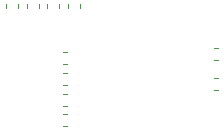
<source format=gbo>
G04 #@! TF.GenerationSoftware,KiCad,Pcbnew,5.1.5+dfsg1-2build2*
G04 #@! TF.CreationDate,2023-02-26T20:32:14+01:00*
G04 #@! TF.ProjectId,EcoApi_BeeHiveSensor,45636f41-7069-45f4-9265-654869766553,rev?*
G04 #@! TF.SameCoordinates,Original*
G04 #@! TF.FileFunction,Legend,Bot*
G04 #@! TF.FilePolarity,Positive*
%FSLAX46Y46*%
G04 Gerber Fmt 4.6, Leading zero omitted, Abs format (unit mm)*
G04 Created by KiCad (PCBNEW 5.1.5+dfsg1-2build2) date 2023-02-26 20:32:14*
%MOMM*%
%LPD*%
G04 APERTURE LIST*
%ADD10C,0.120000*%
%ADD11C,4.802000*%
%ADD12C,0.100000*%
%ADD13O,1.802000X1.802000*%
%ADD14R,1.802000X1.802000*%
G04 APERTURE END LIST*
D10*
X175812779Y-92870000D02*
X175487221Y-92870000D01*
X175812779Y-91850000D02*
X175487221Y-91850000D01*
X175812779Y-90320000D02*
X175487221Y-90320000D01*
X175812779Y-89300000D02*
X175487221Y-89300000D01*
X161370000Y-85882779D02*
X161370000Y-85557221D01*
X162390000Y-85882779D02*
X162390000Y-85557221D01*
X163110000Y-85882779D02*
X163110000Y-85557221D01*
X164130000Y-85882779D02*
X164130000Y-85557221D01*
X157870000Y-85902779D02*
X157870000Y-85577221D01*
X158890000Y-85902779D02*
X158890000Y-85577221D01*
X159610000Y-85902779D02*
X159610000Y-85577221D01*
X160630000Y-85902779D02*
X160630000Y-85577221D01*
X162687221Y-89680000D02*
X163012779Y-89680000D01*
X162687221Y-90700000D02*
X163012779Y-90700000D01*
X162697221Y-94910000D02*
X163022779Y-94910000D01*
X162697221Y-95930000D02*
X163022779Y-95930000D01*
X162687221Y-93180000D02*
X163012779Y-93180000D01*
X162687221Y-94200000D02*
X163012779Y-94200000D01*
X162687221Y-91420000D02*
X163012779Y-91420000D01*
X162687221Y-92440000D02*
X163012779Y-92440000D01*
%LPC*%
D11*
X184610000Y-96310000D03*
X154100000Y-83820000D03*
D12*
G36*
X175130691Y-91835176D02*
G01*
X175154401Y-91838693D01*
X175177652Y-91844517D01*
X175200220Y-91852592D01*
X175221889Y-91862841D01*
X175242448Y-91875164D01*
X175261701Y-91889442D01*
X175279461Y-91905539D01*
X175295558Y-91923299D01*
X175309836Y-91942552D01*
X175322159Y-91963111D01*
X175332408Y-91984780D01*
X175340483Y-92007348D01*
X175346307Y-92030599D01*
X175349824Y-92054309D01*
X175351000Y-92078250D01*
X175351000Y-92641750D01*
X175349824Y-92665691D01*
X175346307Y-92689401D01*
X175340483Y-92712652D01*
X175332408Y-92735220D01*
X175322159Y-92756889D01*
X175309836Y-92777448D01*
X175295558Y-92796701D01*
X175279461Y-92814461D01*
X175261701Y-92830558D01*
X175242448Y-92844836D01*
X175221889Y-92857159D01*
X175200220Y-92867408D01*
X175177652Y-92875483D01*
X175154401Y-92881307D01*
X175130691Y-92884824D01*
X175106750Y-92886000D01*
X174618250Y-92886000D01*
X174594309Y-92884824D01*
X174570599Y-92881307D01*
X174547348Y-92875483D01*
X174524780Y-92867408D01*
X174503111Y-92857159D01*
X174482552Y-92844836D01*
X174463299Y-92830558D01*
X174445539Y-92814461D01*
X174429442Y-92796701D01*
X174415164Y-92777448D01*
X174402841Y-92756889D01*
X174392592Y-92735220D01*
X174384517Y-92712652D01*
X174378693Y-92689401D01*
X174375176Y-92665691D01*
X174374000Y-92641750D01*
X174374000Y-92078250D01*
X174375176Y-92054309D01*
X174378693Y-92030599D01*
X174384517Y-92007348D01*
X174392592Y-91984780D01*
X174402841Y-91963111D01*
X174415164Y-91942552D01*
X174429442Y-91923299D01*
X174445539Y-91905539D01*
X174463299Y-91889442D01*
X174482552Y-91875164D01*
X174503111Y-91862841D01*
X174524780Y-91852592D01*
X174547348Y-91844517D01*
X174570599Y-91838693D01*
X174594309Y-91835176D01*
X174618250Y-91834000D01*
X175106750Y-91834000D01*
X175130691Y-91835176D01*
G37*
G36*
X176705691Y-91835176D02*
G01*
X176729401Y-91838693D01*
X176752652Y-91844517D01*
X176775220Y-91852592D01*
X176796889Y-91862841D01*
X176817448Y-91875164D01*
X176836701Y-91889442D01*
X176854461Y-91905539D01*
X176870558Y-91923299D01*
X176884836Y-91942552D01*
X176897159Y-91963111D01*
X176907408Y-91984780D01*
X176915483Y-92007348D01*
X176921307Y-92030599D01*
X176924824Y-92054309D01*
X176926000Y-92078250D01*
X176926000Y-92641750D01*
X176924824Y-92665691D01*
X176921307Y-92689401D01*
X176915483Y-92712652D01*
X176907408Y-92735220D01*
X176897159Y-92756889D01*
X176884836Y-92777448D01*
X176870558Y-92796701D01*
X176854461Y-92814461D01*
X176836701Y-92830558D01*
X176817448Y-92844836D01*
X176796889Y-92857159D01*
X176775220Y-92867408D01*
X176752652Y-92875483D01*
X176729401Y-92881307D01*
X176705691Y-92884824D01*
X176681750Y-92886000D01*
X176193250Y-92886000D01*
X176169309Y-92884824D01*
X176145599Y-92881307D01*
X176122348Y-92875483D01*
X176099780Y-92867408D01*
X176078111Y-92857159D01*
X176057552Y-92844836D01*
X176038299Y-92830558D01*
X176020539Y-92814461D01*
X176004442Y-92796701D01*
X175990164Y-92777448D01*
X175977841Y-92756889D01*
X175967592Y-92735220D01*
X175959517Y-92712652D01*
X175953693Y-92689401D01*
X175950176Y-92665691D01*
X175949000Y-92641750D01*
X175949000Y-92078250D01*
X175950176Y-92054309D01*
X175953693Y-92030599D01*
X175959517Y-92007348D01*
X175967592Y-91984780D01*
X175977841Y-91963111D01*
X175990164Y-91942552D01*
X176004442Y-91923299D01*
X176020539Y-91905539D01*
X176038299Y-91889442D01*
X176057552Y-91875164D01*
X176078111Y-91862841D01*
X176099780Y-91852592D01*
X176122348Y-91844517D01*
X176145599Y-91838693D01*
X176169309Y-91835176D01*
X176193250Y-91834000D01*
X176681750Y-91834000D01*
X176705691Y-91835176D01*
G37*
G36*
X175130691Y-89285176D02*
G01*
X175154401Y-89288693D01*
X175177652Y-89294517D01*
X175200220Y-89302592D01*
X175221889Y-89312841D01*
X175242448Y-89325164D01*
X175261701Y-89339442D01*
X175279461Y-89355539D01*
X175295558Y-89373299D01*
X175309836Y-89392552D01*
X175322159Y-89413111D01*
X175332408Y-89434780D01*
X175340483Y-89457348D01*
X175346307Y-89480599D01*
X175349824Y-89504309D01*
X175351000Y-89528250D01*
X175351000Y-90091750D01*
X175349824Y-90115691D01*
X175346307Y-90139401D01*
X175340483Y-90162652D01*
X175332408Y-90185220D01*
X175322159Y-90206889D01*
X175309836Y-90227448D01*
X175295558Y-90246701D01*
X175279461Y-90264461D01*
X175261701Y-90280558D01*
X175242448Y-90294836D01*
X175221889Y-90307159D01*
X175200220Y-90317408D01*
X175177652Y-90325483D01*
X175154401Y-90331307D01*
X175130691Y-90334824D01*
X175106750Y-90336000D01*
X174618250Y-90336000D01*
X174594309Y-90334824D01*
X174570599Y-90331307D01*
X174547348Y-90325483D01*
X174524780Y-90317408D01*
X174503111Y-90307159D01*
X174482552Y-90294836D01*
X174463299Y-90280558D01*
X174445539Y-90264461D01*
X174429442Y-90246701D01*
X174415164Y-90227448D01*
X174402841Y-90206889D01*
X174392592Y-90185220D01*
X174384517Y-90162652D01*
X174378693Y-90139401D01*
X174375176Y-90115691D01*
X174374000Y-90091750D01*
X174374000Y-89528250D01*
X174375176Y-89504309D01*
X174378693Y-89480599D01*
X174384517Y-89457348D01*
X174392592Y-89434780D01*
X174402841Y-89413111D01*
X174415164Y-89392552D01*
X174429442Y-89373299D01*
X174445539Y-89355539D01*
X174463299Y-89339442D01*
X174482552Y-89325164D01*
X174503111Y-89312841D01*
X174524780Y-89302592D01*
X174547348Y-89294517D01*
X174570599Y-89288693D01*
X174594309Y-89285176D01*
X174618250Y-89284000D01*
X175106750Y-89284000D01*
X175130691Y-89285176D01*
G37*
G36*
X176705691Y-89285176D02*
G01*
X176729401Y-89288693D01*
X176752652Y-89294517D01*
X176775220Y-89302592D01*
X176796889Y-89312841D01*
X176817448Y-89325164D01*
X176836701Y-89339442D01*
X176854461Y-89355539D01*
X176870558Y-89373299D01*
X176884836Y-89392552D01*
X176897159Y-89413111D01*
X176907408Y-89434780D01*
X176915483Y-89457348D01*
X176921307Y-89480599D01*
X176924824Y-89504309D01*
X176926000Y-89528250D01*
X176926000Y-90091750D01*
X176924824Y-90115691D01*
X176921307Y-90139401D01*
X176915483Y-90162652D01*
X176907408Y-90185220D01*
X176897159Y-90206889D01*
X176884836Y-90227448D01*
X176870558Y-90246701D01*
X176854461Y-90264461D01*
X176836701Y-90280558D01*
X176817448Y-90294836D01*
X176796889Y-90307159D01*
X176775220Y-90317408D01*
X176752652Y-90325483D01*
X176729401Y-90331307D01*
X176705691Y-90334824D01*
X176681750Y-90336000D01*
X176193250Y-90336000D01*
X176169309Y-90334824D01*
X176145599Y-90331307D01*
X176122348Y-90325483D01*
X176099780Y-90317408D01*
X176078111Y-90307159D01*
X176057552Y-90294836D01*
X176038299Y-90280558D01*
X176020539Y-90264461D01*
X176004442Y-90246701D01*
X175990164Y-90227448D01*
X175977841Y-90206889D01*
X175967592Y-90185220D01*
X175959517Y-90162652D01*
X175953693Y-90139401D01*
X175950176Y-90115691D01*
X175949000Y-90091750D01*
X175949000Y-89528250D01*
X175950176Y-89504309D01*
X175953693Y-89480599D01*
X175959517Y-89457348D01*
X175967592Y-89434780D01*
X175977841Y-89413111D01*
X175990164Y-89392552D01*
X176004442Y-89373299D01*
X176020539Y-89355539D01*
X176038299Y-89339442D01*
X176057552Y-89325164D01*
X176078111Y-89312841D01*
X176099780Y-89302592D01*
X176122348Y-89294517D01*
X176145599Y-89288693D01*
X176169309Y-89285176D01*
X176193250Y-89284000D01*
X176681750Y-89284000D01*
X176705691Y-89285176D01*
G37*
G36*
X162185691Y-84445176D02*
G01*
X162209401Y-84448693D01*
X162232652Y-84454517D01*
X162255220Y-84462592D01*
X162276889Y-84472841D01*
X162297448Y-84485164D01*
X162316701Y-84499442D01*
X162334461Y-84515539D01*
X162350558Y-84533299D01*
X162364836Y-84552552D01*
X162377159Y-84573111D01*
X162387408Y-84594780D01*
X162395483Y-84617348D01*
X162401307Y-84640599D01*
X162404824Y-84664309D01*
X162406000Y-84688250D01*
X162406000Y-85176750D01*
X162404824Y-85200691D01*
X162401307Y-85224401D01*
X162395483Y-85247652D01*
X162387408Y-85270220D01*
X162377159Y-85291889D01*
X162364836Y-85312448D01*
X162350558Y-85331701D01*
X162334461Y-85349461D01*
X162316701Y-85365558D01*
X162297448Y-85379836D01*
X162276889Y-85392159D01*
X162255220Y-85402408D01*
X162232652Y-85410483D01*
X162209401Y-85416307D01*
X162185691Y-85419824D01*
X162161750Y-85421000D01*
X161598250Y-85421000D01*
X161574309Y-85419824D01*
X161550599Y-85416307D01*
X161527348Y-85410483D01*
X161504780Y-85402408D01*
X161483111Y-85392159D01*
X161462552Y-85379836D01*
X161443299Y-85365558D01*
X161425539Y-85349461D01*
X161409442Y-85331701D01*
X161395164Y-85312448D01*
X161382841Y-85291889D01*
X161372592Y-85270220D01*
X161364517Y-85247652D01*
X161358693Y-85224401D01*
X161355176Y-85200691D01*
X161354000Y-85176750D01*
X161354000Y-84688250D01*
X161355176Y-84664309D01*
X161358693Y-84640599D01*
X161364517Y-84617348D01*
X161372592Y-84594780D01*
X161382841Y-84573111D01*
X161395164Y-84552552D01*
X161409442Y-84533299D01*
X161425539Y-84515539D01*
X161443299Y-84499442D01*
X161462552Y-84485164D01*
X161483111Y-84472841D01*
X161504780Y-84462592D01*
X161527348Y-84454517D01*
X161550599Y-84448693D01*
X161574309Y-84445176D01*
X161598250Y-84444000D01*
X162161750Y-84444000D01*
X162185691Y-84445176D01*
G37*
G36*
X162185691Y-86020176D02*
G01*
X162209401Y-86023693D01*
X162232652Y-86029517D01*
X162255220Y-86037592D01*
X162276889Y-86047841D01*
X162297448Y-86060164D01*
X162316701Y-86074442D01*
X162334461Y-86090539D01*
X162350558Y-86108299D01*
X162364836Y-86127552D01*
X162377159Y-86148111D01*
X162387408Y-86169780D01*
X162395483Y-86192348D01*
X162401307Y-86215599D01*
X162404824Y-86239309D01*
X162406000Y-86263250D01*
X162406000Y-86751750D01*
X162404824Y-86775691D01*
X162401307Y-86799401D01*
X162395483Y-86822652D01*
X162387408Y-86845220D01*
X162377159Y-86866889D01*
X162364836Y-86887448D01*
X162350558Y-86906701D01*
X162334461Y-86924461D01*
X162316701Y-86940558D01*
X162297448Y-86954836D01*
X162276889Y-86967159D01*
X162255220Y-86977408D01*
X162232652Y-86985483D01*
X162209401Y-86991307D01*
X162185691Y-86994824D01*
X162161750Y-86996000D01*
X161598250Y-86996000D01*
X161574309Y-86994824D01*
X161550599Y-86991307D01*
X161527348Y-86985483D01*
X161504780Y-86977408D01*
X161483111Y-86967159D01*
X161462552Y-86954836D01*
X161443299Y-86940558D01*
X161425539Y-86924461D01*
X161409442Y-86906701D01*
X161395164Y-86887448D01*
X161382841Y-86866889D01*
X161372592Y-86845220D01*
X161364517Y-86822652D01*
X161358693Y-86799401D01*
X161355176Y-86775691D01*
X161354000Y-86751750D01*
X161354000Y-86263250D01*
X161355176Y-86239309D01*
X161358693Y-86215599D01*
X161364517Y-86192348D01*
X161372592Y-86169780D01*
X161382841Y-86148111D01*
X161395164Y-86127552D01*
X161409442Y-86108299D01*
X161425539Y-86090539D01*
X161443299Y-86074442D01*
X161462552Y-86060164D01*
X161483111Y-86047841D01*
X161504780Y-86037592D01*
X161527348Y-86029517D01*
X161550599Y-86023693D01*
X161574309Y-86020176D01*
X161598250Y-86019000D01*
X162161750Y-86019000D01*
X162185691Y-86020176D01*
G37*
G36*
X163925691Y-84445176D02*
G01*
X163949401Y-84448693D01*
X163972652Y-84454517D01*
X163995220Y-84462592D01*
X164016889Y-84472841D01*
X164037448Y-84485164D01*
X164056701Y-84499442D01*
X164074461Y-84515539D01*
X164090558Y-84533299D01*
X164104836Y-84552552D01*
X164117159Y-84573111D01*
X164127408Y-84594780D01*
X164135483Y-84617348D01*
X164141307Y-84640599D01*
X164144824Y-84664309D01*
X164146000Y-84688250D01*
X164146000Y-85176750D01*
X164144824Y-85200691D01*
X164141307Y-85224401D01*
X164135483Y-85247652D01*
X164127408Y-85270220D01*
X164117159Y-85291889D01*
X164104836Y-85312448D01*
X164090558Y-85331701D01*
X164074461Y-85349461D01*
X164056701Y-85365558D01*
X164037448Y-85379836D01*
X164016889Y-85392159D01*
X163995220Y-85402408D01*
X163972652Y-85410483D01*
X163949401Y-85416307D01*
X163925691Y-85419824D01*
X163901750Y-85421000D01*
X163338250Y-85421000D01*
X163314309Y-85419824D01*
X163290599Y-85416307D01*
X163267348Y-85410483D01*
X163244780Y-85402408D01*
X163223111Y-85392159D01*
X163202552Y-85379836D01*
X163183299Y-85365558D01*
X163165539Y-85349461D01*
X163149442Y-85331701D01*
X163135164Y-85312448D01*
X163122841Y-85291889D01*
X163112592Y-85270220D01*
X163104517Y-85247652D01*
X163098693Y-85224401D01*
X163095176Y-85200691D01*
X163094000Y-85176750D01*
X163094000Y-84688250D01*
X163095176Y-84664309D01*
X163098693Y-84640599D01*
X163104517Y-84617348D01*
X163112592Y-84594780D01*
X163122841Y-84573111D01*
X163135164Y-84552552D01*
X163149442Y-84533299D01*
X163165539Y-84515539D01*
X163183299Y-84499442D01*
X163202552Y-84485164D01*
X163223111Y-84472841D01*
X163244780Y-84462592D01*
X163267348Y-84454517D01*
X163290599Y-84448693D01*
X163314309Y-84445176D01*
X163338250Y-84444000D01*
X163901750Y-84444000D01*
X163925691Y-84445176D01*
G37*
G36*
X163925691Y-86020176D02*
G01*
X163949401Y-86023693D01*
X163972652Y-86029517D01*
X163995220Y-86037592D01*
X164016889Y-86047841D01*
X164037448Y-86060164D01*
X164056701Y-86074442D01*
X164074461Y-86090539D01*
X164090558Y-86108299D01*
X164104836Y-86127552D01*
X164117159Y-86148111D01*
X164127408Y-86169780D01*
X164135483Y-86192348D01*
X164141307Y-86215599D01*
X164144824Y-86239309D01*
X164146000Y-86263250D01*
X164146000Y-86751750D01*
X164144824Y-86775691D01*
X164141307Y-86799401D01*
X164135483Y-86822652D01*
X164127408Y-86845220D01*
X164117159Y-86866889D01*
X164104836Y-86887448D01*
X164090558Y-86906701D01*
X164074461Y-86924461D01*
X164056701Y-86940558D01*
X164037448Y-86954836D01*
X164016889Y-86967159D01*
X163995220Y-86977408D01*
X163972652Y-86985483D01*
X163949401Y-86991307D01*
X163925691Y-86994824D01*
X163901750Y-86996000D01*
X163338250Y-86996000D01*
X163314309Y-86994824D01*
X163290599Y-86991307D01*
X163267348Y-86985483D01*
X163244780Y-86977408D01*
X163223111Y-86967159D01*
X163202552Y-86954836D01*
X163183299Y-86940558D01*
X163165539Y-86924461D01*
X163149442Y-86906701D01*
X163135164Y-86887448D01*
X163122841Y-86866889D01*
X163112592Y-86845220D01*
X163104517Y-86822652D01*
X163098693Y-86799401D01*
X163095176Y-86775691D01*
X163094000Y-86751750D01*
X163094000Y-86263250D01*
X163095176Y-86239309D01*
X163098693Y-86215599D01*
X163104517Y-86192348D01*
X163112592Y-86169780D01*
X163122841Y-86148111D01*
X163135164Y-86127552D01*
X163149442Y-86108299D01*
X163165539Y-86090539D01*
X163183299Y-86074442D01*
X163202552Y-86060164D01*
X163223111Y-86047841D01*
X163244780Y-86037592D01*
X163267348Y-86029517D01*
X163290599Y-86023693D01*
X163314309Y-86020176D01*
X163338250Y-86019000D01*
X163901750Y-86019000D01*
X163925691Y-86020176D01*
G37*
G36*
X158685691Y-84465176D02*
G01*
X158709401Y-84468693D01*
X158732652Y-84474517D01*
X158755220Y-84482592D01*
X158776889Y-84492841D01*
X158797448Y-84505164D01*
X158816701Y-84519442D01*
X158834461Y-84535539D01*
X158850558Y-84553299D01*
X158864836Y-84572552D01*
X158877159Y-84593111D01*
X158887408Y-84614780D01*
X158895483Y-84637348D01*
X158901307Y-84660599D01*
X158904824Y-84684309D01*
X158906000Y-84708250D01*
X158906000Y-85196750D01*
X158904824Y-85220691D01*
X158901307Y-85244401D01*
X158895483Y-85267652D01*
X158887408Y-85290220D01*
X158877159Y-85311889D01*
X158864836Y-85332448D01*
X158850558Y-85351701D01*
X158834461Y-85369461D01*
X158816701Y-85385558D01*
X158797448Y-85399836D01*
X158776889Y-85412159D01*
X158755220Y-85422408D01*
X158732652Y-85430483D01*
X158709401Y-85436307D01*
X158685691Y-85439824D01*
X158661750Y-85441000D01*
X158098250Y-85441000D01*
X158074309Y-85439824D01*
X158050599Y-85436307D01*
X158027348Y-85430483D01*
X158004780Y-85422408D01*
X157983111Y-85412159D01*
X157962552Y-85399836D01*
X157943299Y-85385558D01*
X157925539Y-85369461D01*
X157909442Y-85351701D01*
X157895164Y-85332448D01*
X157882841Y-85311889D01*
X157872592Y-85290220D01*
X157864517Y-85267652D01*
X157858693Y-85244401D01*
X157855176Y-85220691D01*
X157854000Y-85196750D01*
X157854000Y-84708250D01*
X157855176Y-84684309D01*
X157858693Y-84660599D01*
X157864517Y-84637348D01*
X157872592Y-84614780D01*
X157882841Y-84593111D01*
X157895164Y-84572552D01*
X157909442Y-84553299D01*
X157925539Y-84535539D01*
X157943299Y-84519442D01*
X157962552Y-84505164D01*
X157983111Y-84492841D01*
X158004780Y-84482592D01*
X158027348Y-84474517D01*
X158050599Y-84468693D01*
X158074309Y-84465176D01*
X158098250Y-84464000D01*
X158661750Y-84464000D01*
X158685691Y-84465176D01*
G37*
G36*
X158685691Y-86040176D02*
G01*
X158709401Y-86043693D01*
X158732652Y-86049517D01*
X158755220Y-86057592D01*
X158776889Y-86067841D01*
X158797448Y-86080164D01*
X158816701Y-86094442D01*
X158834461Y-86110539D01*
X158850558Y-86128299D01*
X158864836Y-86147552D01*
X158877159Y-86168111D01*
X158887408Y-86189780D01*
X158895483Y-86212348D01*
X158901307Y-86235599D01*
X158904824Y-86259309D01*
X158906000Y-86283250D01*
X158906000Y-86771750D01*
X158904824Y-86795691D01*
X158901307Y-86819401D01*
X158895483Y-86842652D01*
X158887408Y-86865220D01*
X158877159Y-86886889D01*
X158864836Y-86907448D01*
X158850558Y-86926701D01*
X158834461Y-86944461D01*
X158816701Y-86960558D01*
X158797448Y-86974836D01*
X158776889Y-86987159D01*
X158755220Y-86997408D01*
X158732652Y-87005483D01*
X158709401Y-87011307D01*
X158685691Y-87014824D01*
X158661750Y-87016000D01*
X158098250Y-87016000D01*
X158074309Y-87014824D01*
X158050599Y-87011307D01*
X158027348Y-87005483D01*
X158004780Y-86997408D01*
X157983111Y-86987159D01*
X157962552Y-86974836D01*
X157943299Y-86960558D01*
X157925539Y-86944461D01*
X157909442Y-86926701D01*
X157895164Y-86907448D01*
X157882841Y-86886889D01*
X157872592Y-86865220D01*
X157864517Y-86842652D01*
X157858693Y-86819401D01*
X157855176Y-86795691D01*
X157854000Y-86771750D01*
X157854000Y-86283250D01*
X157855176Y-86259309D01*
X157858693Y-86235599D01*
X157864517Y-86212348D01*
X157872592Y-86189780D01*
X157882841Y-86168111D01*
X157895164Y-86147552D01*
X157909442Y-86128299D01*
X157925539Y-86110539D01*
X157943299Y-86094442D01*
X157962552Y-86080164D01*
X157983111Y-86067841D01*
X158004780Y-86057592D01*
X158027348Y-86049517D01*
X158050599Y-86043693D01*
X158074309Y-86040176D01*
X158098250Y-86039000D01*
X158661750Y-86039000D01*
X158685691Y-86040176D01*
G37*
G36*
X160425691Y-84465176D02*
G01*
X160449401Y-84468693D01*
X160472652Y-84474517D01*
X160495220Y-84482592D01*
X160516889Y-84492841D01*
X160537448Y-84505164D01*
X160556701Y-84519442D01*
X160574461Y-84535539D01*
X160590558Y-84553299D01*
X160604836Y-84572552D01*
X160617159Y-84593111D01*
X160627408Y-84614780D01*
X160635483Y-84637348D01*
X160641307Y-84660599D01*
X160644824Y-84684309D01*
X160646000Y-84708250D01*
X160646000Y-85196750D01*
X160644824Y-85220691D01*
X160641307Y-85244401D01*
X160635483Y-85267652D01*
X160627408Y-85290220D01*
X160617159Y-85311889D01*
X160604836Y-85332448D01*
X160590558Y-85351701D01*
X160574461Y-85369461D01*
X160556701Y-85385558D01*
X160537448Y-85399836D01*
X160516889Y-85412159D01*
X160495220Y-85422408D01*
X160472652Y-85430483D01*
X160449401Y-85436307D01*
X160425691Y-85439824D01*
X160401750Y-85441000D01*
X159838250Y-85441000D01*
X159814309Y-85439824D01*
X159790599Y-85436307D01*
X159767348Y-85430483D01*
X159744780Y-85422408D01*
X159723111Y-85412159D01*
X159702552Y-85399836D01*
X159683299Y-85385558D01*
X159665539Y-85369461D01*
X159649442Y-85351701D01*
X159635164Y-85332448D01*
X159622841Y-85311889D01*
X159612592Y-85290220D01*
X159604517Y-85267652D01*
X159598693Y-85244401D01*
X159595176Y-85220691D01*
X159594000Y-85196750D01*
X159594000Y-84708250D01*
X159595176Y-84684309D01*
X159598693Y-84660599D01*
X159604517Y-84637348D01*
X159612592Y-84614780D01*
X159622841Y-84593111D01*
X159635164Y-84572552D01*
X159649442Y-84553299D01*
X159665539Y-84535539D01*
X159683299Y-84519442D01*
X159702552Y-84505164D01*
X159723111Y-84492841D01*
X159744780Y-84482592D01*
X159767348Y-84474517D01*
X159790599Y-84468693D01*
X159814309Y-84465176D01*
X159838250Y-84464000D01*
X160401750Y-84464000D01*
X160425691Y-84465176D01*
G37*
G36*
X160425691Y-86040176D02*
G01*
X160449401Y-86043693D01*
X160472652Y-86049517D01*
X160495220Y-86057592D01*
X160516889Y-86067841D01*
X160537448Y-86080164D01*
X160556701Y-86094442D01*
X160574461Y-86110539D01*
X160590558Y-86128299D01*
X160604836Y-86147552D01*
X160617159Y-86168111D01*
X160627408Y-86189780D01*
X160635483Y-86212348D01*
X160641307Y-86235599D01*
X160644824Y-86259309D01*
X160646000Y-86283250D01*
X160646000Y-86771750D01*
X160644824Y-86795691D01*
X160641307Y-86819401D01*
X160635483Y-86842652D01*
X160627408Y-86865220D01*
X160617159Y-86886889D01*
X160604836Y-86907448D01*
X160590558Y-86926701D01*
X160574461Y-86944461D01*
X160556701Y-86960558D01*
X160537448Y-86974836D01*
X160516889Y-86987159D01*
X160495220Y-86997408D01*
X160472652Y-87005483D01*
X160449401Y-87011307D01*
X160425691Y-87014824D01*
X160401750Y-87016000D01*
X159838250Y-87016000D01*
X159814309Y-87014824D01*
X159790599Y-87011307D01*
X159767348Y-87005483D01*
X159744780Y-86997408D01*
X159723111Y-86987159D01*
X159702552Y-86974836D01*
X159683299Y-86960558D01*
X159665539Y-86944461D01*
X159649442Y-86926701D01*
X159635164Y-86907448D01*
X159622841Y-86886889D01*
X159612592Y-86865220D01*
X159604517Y-86842652D01*
X159598693Y-86819401D01*
X159595176Y-86795691D01*
X159594000Y-86771750D01*
X159594000Y-86283250D01*
X159595176Y-86259309D01*
X159598693Y-86235599D01*
X159604517Y-86212348D01*
X159612592Y-86189780D01*
X159622841Y-86168111D01*
X159635164Y-86147552D01*
X159649442Y-86128299D01*
X159665539Y-86110539D01*
X159683299Y-86094442D01*
X159702552Y-86080164D01*
X159723111Y-86067841D01*
X159744780Y-86057592D01*
X159767348Y-86049517D01*
X159790599Y-86043693D01*
X159814309Y-86040176D01*
X159838250Y-86039000D01*
X160401750Y-86039000D01*
X160425691Y-86040176D01*
G37*
G36*
X163905691Y-89665176D02*
G01*
X163929401Y-89668693D01*
X163952652Y-89674517D01*
X163975220Y-89682592D01*
X163996889Y-89692841D01*
X164017448Y-89705164D01*
X164036701Y-89719442D01*
X164054461Y-89735539D01*
X164070558Y-89753299D01*
X164084836Y-89772552D01*
X164097159Y-89793111D01*
X164107408Y-89814780D01*
X164115483Y-89837348D01*
X164121307Y-89860599D01*
X164124824Y-89884309D01*
X164126000Y-89908250D01*
X164126000Y-90471750D01*
X164124824Y-90495691D01*
X164121307Y-90519401D01*
X164115483Y-90542652D01*
X164107408Y-90565220D01*
X164097159Y-90586889D01*
X164084836Y-90607448D01*
X164070558Y-90626701D01*
X164054461Y-90644461D01*
X164036701Y-90660558D01*
X164017448Y-90674836D01*
X163996889Y-90687159D01*
X163975220Y-90697408D01*
X163952652Y-90705483D01*
X163929401Y-90711307D01*
X163905691Y-90714824D01*
X163881750Y-90716000D01*
X163393250Y-90716000D01*
X163369309Y-90714824D01*
X163345599Y-90711307D01*
X163322348Y-90705483D01*
X163299780Y-90697408D01*
X163278111Y-90687159D01*
X163257552Y-90674836D01*
X163238299Y-90660558D01*
X163220539Y-90644461D01*
X163204442Y-90626701D01*
X163190164Y-90607448D01*
X163177841Y-90586889D01*
X163167592Y-90565220D01*
X163159517Y-90542652D01*
X163153693Y-90519401D01*
X163150176Y-90495691D01*
X163149000Y-90471750D01*
X163149000Y-89908250D01*
X163150176Y-89884309D01*
X163153693Y-89860599D01*
X163159517Y-89837348D01*
X163167592Y-89814780D01*
X163177841Y-89793111D01*
X163190164Y-89772552D01*
X163204442Y-89753299D01*
X163220539Y-89735539D01*
X163238299Y-89719442D01*
X163257552Y-89705164D01*
X163278111Y-89692841D01*
X163299780Y-89682592D01*
X163322348Y-89674517D01*
X163345599Y-89668693D01*
X163369309Y-89665176D01*
X163393250Y-89664000D01*
X163881750Y-89664000D01*
X163905691Y-89665176D01*
G37*
G36*
X162330691Y-89665176D02*
G01*
X162354401Y-89668693D01*
X162377652Y-89674517D01*
X162400220Y-89682592D01*
X162421889Y-89692841D01*
X162442448Y-89705164D01*
X162461701Y-89719442D01*
X162479461Y-89735539D01*
X162495558Y-89753299D01*
X162509836Y-89772552D01*
X162522159Y-89793111D01*
X162532408Y-89814780D01*
X162540483Y-89837348D01*
X162546307Y-89860599D01*
X162549824Y-89884309D01*
X162551000Y-89908250D01*
X162551000Y-90471750D01*
X162549824Y-90495691D01*
X162546307Y-90519401D01*
X162540483Y-90542652D01*
X162532408Y-90565220D01*
X162522159Y-90586889D01*
X162509836Y-90607448D01*
X162495558Y-90626701D01*
X162479461Y-90644461D01*
X162461701Y-90660558D01*
X162442448Y-90674836D01*
X162421889Y-90687159D01*
X162400220Y-90697408D01*
X162377652Y-90705483D01*
X162354401Y-90711307D01*
X162330691Y-90714824D01*
X162306750Y-90716000D01*
X161818250Y-90716000D01*
X161794309Y-90714824D01*
X161770599Y-90711307D01*
X161747348Y-90705483D01*
X161724780Y-90697408D01*
X161703111Y-90687159D01*
X161682552Y-90674836D01*
X161663299Y-90660558D01*
X161645539Y-90644461D01*
X161629442Y-90626701D01*
X161615164Y-90607448D01*
X161602841Y-90586889D01*
X161592592Y-90565220D01*
X161584517Y-90542652D01*
X161578693Y-90519401D01*
X161575176Y-90495691D01*
X161574000Y-90471750D01*
X161574000Y-89908250D01*
X161575176Y-89884309D01*
X161578693Y-89860599D01*
X161584517Y-89837348D01*
X161592592Y-89814780D01*
X161602841Y-89793111D01*
X161615164Y-89772552D01*
X161629442Y-89753299D01*
X161645539Y-89735539D01*
X161663299Y-89719442D01*
X161682552Y-89705164D01*
X161703111Y-89692841D01*
X161724780Y-89682592D01*
X161747348Y-89674517D01*
X161770599Y-89668693D01*
X161794309Y-89665176D01*
X161818250Y-89664000D01*
X162306750Y-89664000D01*
X162330691Y-89665176D01*
G37*
G36*
X163915691Y-94895176D02*
G01*
X163939401Y-94898693D01*
X163962652Y-94904517D01*
X163985220Y-94912592D01*
X164006889Y-94922841D01*
X164027448Y-94935164D01*
X164046701Y-94949442D01*
X164064461Y-94965539D01*
X164080558Y-94983299D01*
X164094836Y-95002552D01*
X164107159Y-95023111D01*
X164117408Y-95044780D01*
X164125483Y-95067348D01*
X164131307Y-95090599D01*
X164134824Y-95114309D01*
X164136000Y-95138250D01*
X164136000Y-95701750D01*
X164134824Y-95725691D01*
X164131307Y-95749401D01*
X164125483Y-95772652D01*
X164117408Y-95795220D01*
X164107159Y-95816889D01*
X164094836Y-95837448D01*
X164080558Y-95856701D01*
X164064461Y-95874461D01*
X164046701Y-95890558D01*
X164027448Y-95904836D01*
X164006889Y-95917159D01*
X163985220Y-95927408D01*
X163962652Y-95935483D01*
X163939401Y-95941307D01*
X163915691Y-95944824D01*
X163891750Y-95946000D01*
X163403250Y-95946000D01*
X163379309Y-95944824D01*
X163355599Y-95941307D01*
X163332348Y-95935483D01*
X163309780Y-95927408D01*
X163288111Y-95917159D01*
X163267552Y-95904836D01*
X163248299Y-95890558D01*
X163230539Y-95874461D01*
X163214442Y-95856701D01*
X163200164Y-95837448D01*
X163187841Y-95816889D01*
X163177592Y-95795220D01*
X163169517Y-95772652D01*
X163163693Y-95749401D01*
X163160176Y-95725691D01*
X163159000Y-95701750D01*
X163159000Y-95138250D01*
X163160176Y-95114309D01*
X163163693Y-95090599D01*
X163169517Y-95067348D01*
X163177592Y-95044780D01*
X163187841Y-95023111D01*
X163200164Y-95002552D01*
X163214442Y-94983299D01*
X163230539Y-94965539D01*
X163248299Y-94949442D01*
X163267552Y-94935164D01*
X163288111Y-94922841D01*
X163309780Y-94912592D01*
X163332348Y-94904517D01*
X163355599Y-94898693D01*
X163379309Y-94895176D01*
X163403250Y-94894000D01*
X163891750Y-94894000D01*
X163915691Y-94895176D01*
G37*
G36*
X162340691Y-94895176D02*
G01*
X162364401Y-94898693D01*
X162387652Y-94904517D01*
X162410220Y-94912592D01*
X162431889Y-94922841D01*
X162452448Y-94935164D01*
X162471701Y-94949442D01*
X162489461Y-94965539D01*
X162505558Y-94983299D01*
X162519836Y-95002552D01*
X162532159Y-95023111D01*
X162542408Y-95044780D01*
X162550483Y-95067348D01*
X162556307Y-95090599D01*
X162559824Y-95114309D01*
X162561000Y-95138250D01*
X162561000Y-95701750D01*
X162559824Y-95725691D01*
X162556307Y-95749401D01*
X162550483Y-95772652D01*
X162542408Y-95795220D01*
X162532159Y-95816889D01*
X162519836Y-95837448D01*
X162505558Y-95856701D01*
X162489461Y-95874461D01*
X162471701Y-95890558D01*
X162452448Y-95904836D01*
X162431889Y-95917159D01*
X162410220Y-95927408D01*
X162387652Y-95935483D01*
X162364401Y-95941307D01*
X162340691Y-95944824D01*
X162316750Y-95946000D01*
X161828250Y-95946000D01*
X161804309Y-95944824D01*
X161780599Y-95941307D01*
X161757348Y-95935483D01*
X161734780Y-95927408D01*
X161713111Y-95917159D01*
X161692552Y-95904836D01*
X161673299Y-95890558D01*
X161655539Y-95874461D01*
X161639442Y-95856701D01*
X161625164Y-95837448D01*
X161612841Y-95816889D01*
X161602592Y-95795220D01*
X161594517Y-95772652D01*
X161588693Y-95749401D01*
X161585176Y-95725691D01*
X161584000Y-95701750D01*
X161584000Y-95138250D01*
X161585176Y-95114309D01*
X161588693Y-95090599D01*
X161594517Y-95067348D01*
X161602592Y-95044780D01*
X161612841Y-95023111D01*
X161625164Y-95002552D01*
X161639442Y-94983299D01*
X161655539Y-94965539D01*
X161673299Y-94949442D01*
X161692552Y-94935164D01*
X161713111Y-94922841D01*
X161734780Y-94912592D01*
X161757348Y-94904517D01*
X161780599Y-94898693D01*
X161804309Y-94895176D01*
X161828250Y-94894000D01*
X162316750Y-94894000D01*
X162340691Y-94895176D01*
G37*
G36*
X163905691Y-93165176D02*
G01*
X163929401Y-93168693D01*
X163952652Y-93174517D01*
X163975220Y-93182592D01*
X163996889Y-93192841D01*
X164017448Y-93205164D01*
X164036701Y-93219442D01*
X164054461Y-93235539D01*
X164070558Y-93253299D01*
X164084836Y-93272552D01*
X164097159Y-93293111D01*
X164107408Y-93314780D01*
X164115483Y-93337348D01*
X164121307Y-93360599D01*
X164124824Y-93384309D01*
X164126000Y-93408250D01*
X164126000Y-93971750D01*
X164124824Y-93995691D01*
X164121307Y-94019401D01*
X164115483Y-94042652D01*
X164107408Y-94065220D01*
X164097159Y-94086889D01*
X164084836Y-94107448D01*
X164070558Y-94126701D01*
X164054461Y-94144461D01*
X164036701Y-94160558D01*
X164017448Y-94174836D01*
X163996889Y-94187159D01*
X163975220Y-94197408D01*
X163952652Y-94205483D01*
X163929401Y-94211307D01*
X163905691Y-94214824D01*
X163881750Y-94216000D01*
X163393250Y-94216000D01*
X163369309Y-94214824D01*
X163345599Y-94211307D01*
X163322348Y-94205483D01*
X163299780Y-94197408D01*
X163278111Y-94187159D01*
X163257552Y-94174836D01*
X163238299Y-94160558D01*
X163220539Y-94144461D01*
X163204442Y-94126701D01*
X163190164Y-94107448D01*
X163177841Y-94086889D01*
X163167592Y-94065220D01*
X163159517Y-94042652D01*
X163153693Y-94019401D01*
X163150176Y-93995691D01*
X163149000Y-93971750D01*
X163149000Y-93408250D01*
X163150176Y-93384309D01*
X163153693Y-93360599D01*
X163159517Y-93337348D01*
X163167592Y-93314780D01*
X163177841Y-93293111D01*
X163190164Y-93272552D01*
X163204442Y-93253299D01*
X163220539Y-93235539D01*
X163238299Y-93219442D01*
X163257552Y-93205164D01*
X163278111Y-93192841D01*
X163299780Y-93182592D01*
X163322348Y-93174517D01*
X163345599Y-93168693D01*
X163369309Y-93165176D01*
X163393250Y-93164000D01*
X163881750Y-93164000D01*
X163905691Y-93165176D01*
G37*
G36*
X162330691Y-93165176D02*
G01*
X162354401Y-93168693D01*
X162377652Y-93174517D01*
X162400220Y-93182592D01*
X162421889Y-93192841D01*
X162442448Y-93205164D01*
X162461701Y-93219442D01*
X162479461Y-93235539D01*
X162495558Y-93253299D01*
X162509836Y-93272552D01*
X162522159Y-93293111D01*
X162532408Y-93314780D01*
X162540483Y-93337348D01*
X162546307Y-93360599D01*
X162549824Y-93384309D01*
X162551000Y-93408250D01*
X162551000Y-93971750D01*
X162549824Y-93995691D01*
X162546307Y-94019401D01*
X162540483Y-94042652D01*
X162532408Y-94065220D01*
X162522159Y-94086889D01*
X162509836Y-94107448D01*
X162495558Y-94126701D01*
X162479461Y-94144461D01*
X162461701Y-94160558D01*
X162442448Y-94174836D01*
X162421889Y-94187159D01*
X162400220Y-94197408D01*
X162377652Y-94205483D01*
X162354401Y-94211307D01*
X162330691Y-94214824D01*
X162306750Y-94216000D01*
X161818250Y-94216000D01*
X161794309Y-94214824D01*
X161770599Y-94211307D01*
X161747348Y-94205483D01*
X161724780Y-94197408D01*
X161703111Y-94187159D01*
X161682552Y-94174836D01*
X161663299Y-94160558D01*
X161645539Y-94144461D01*
X161629442Y-94126701D01*
X161615164Y-94107448D01*
X161602841Y-94086889D01*
X161592592Y-94065220D01*
X161584517Y-94042652D01*
X161578693Y-94019401D01*
X161575176Y-93995691D01*
X161574000Y-93971750D01*
X161574000Y-93408250D01*
X161575176Y-93384309D01*
X161578693Y-93360599D01*
X161584517Y-93337348D01*
X161592592Y-93314780D01*
X161602841Y-93293111D01*
X161615164Y-93272552D01*
X161629442Y-93253299D01*
X161645539Y-93235539D01*
X161663299Y-93219442D01*
X161682552Y-93205164D01*
X161703111Y-93192841D01*
X161724780Y-93182592D01*
X161747348Y-93174517D01*
X161770599Y-93168693D01*
X161794309Y-93165176D01*
X161818250Y-93164000D01*
X162306750Y-93164000D01*
X162330691Y-93165176D01*
G37*
G36*
X163905691Y-91405176D02*
G01*
X163929401Y-91408693D01*
X163952652Y-91414517D01*
X163975220Y-91422592D01*
X163996889Y-91432841D01*
X164017448Y-91445164D01*
X164036701Y-91459442D01*
X164054461Y-91475539D01*
X164070558Y-91493299D01*
X164084836Y-91512552D01*
X164097159Y-91533111D01*
X164107408Y-91554780D01*
X164115483Y-91577348D01*
X164121307Y-91600599D01*
X164124824Y-91624309D01*
X164126000Y-91648250D01*
X164126000Y-92211750D01*
X164124824Y-92235691D01*
X164121307Y-92259401D01*
X164115483Y-92282652D01*
X164107408Y-92305220D01*
X164097159Y-92326889D01*
X164084836Y-92347448D01*
X164070558Y-92366701D01*
X164054461Y-92384461D01*
X164036701Y-92400558D01*
X164017448Y-92414836D01*
X163996889Y-92427159D01*
X163975220Y-92437408D01*
X163952652Y-92445483D01*
X163929401Y-92451307D01*
X163905691Y-92454824D01*
X163881750Y-92456000D01*
X163393250Y-92456000D01*
X163369309Y-92454824D01*
X163345599Y-92451307D01*
X163322348Y-92445483D01*
X163299780Y-92437408D01*
X163278111Y-92427159D01*
X163257552Y-92414836D01*
X163238299Y-92400558D01*
X163220539Y-92384461D01*
X163204442Y-92366701D01*
X163190164Y-92347448D01*
X163177841Y-92326889D01*
X163167592Y-92305220D01*
X163159517Y-92282652D01*
X163153693Y-92259401D01*
X163150176Y-92235691D01*
X163149000Y-92211750D01*
X163149000Y-91648250D01*
X163150176Y-91624309D01*
X163153693Y-91600599D01*
X163159517Y-91577348D01*
X163167592Y-91554780D01*
X163177841Y-91533111D01*
X163190164Y-91512552D01*
X163204442Y-91493299D01*
X163220539Y-91475539D01*
X163238299Y-91459442D01*
X163257552Y-91445164D01*
X163278111Y-91432841D01*
X163299780Y-91422592D01*
X163322348Y-91414517D01*
X163345599Y-91408693D01*
X163369309Y-91405176D01*
X163393250Y-91404000D01*
X163881750Y-91404000D01*
X163905691Y-91405176D01*
G37*
G36*
X162330691Y-91405176D02*
G01*
X162354401Y-91408693D01*
X162377652Y-91414517D01*
X162400220Y-91422592D01*
X162421889Y-91432841D01*
X162442448Y-91445164D01*
X162461701Y-91459442D01*
X162479461Y-91475539D01*
X162495558Y-91493299D01*
X162509836Y-91512552D01*
X162522159Y-91533111D01*
X162532408Y-91554780D01*
X162540483Y-91577348D01*
X162546307Y-91600599D01*
X162549824Y-91624309D01*
X162551000Y-91648250D01*
X162551000Y-92211750D01*
X162549824Y-92235691D01*
X162546307Y-92259401D01*
X162540483Y-92282652D01*
X162532408Y-92305220D01*
X162522159Y-92326889D01*
X162509836Y-92347448D01*
X162495558Y-92366701D01*
X162479461Y-92384461D01*
X162461701Y-92400558D01*
X162442448Y-92414836D01*
X162421889Y-92427159D01*
X162400220Y-92437408D01*
X162377652Y-92445483D01*
X162354401Y-92451307D01*
X162330691Y-92454824D01*
X162306750Y-92456000D01*
X161818250Y-92456000D01*
X161794309Y-92454824D01*
X161770599Y-92451307D01*
X161747348Y-92445483D01*
X161724780Y-92437408D01*
X161703111Y-92427159D01*
X161682552Y-92414836D01*
X161663299Y-92400558D01*
X161645539Y-92384461D01*
X161629442Y-92366701D01*
X161615164Y-92347448D01*
X161602841Y-92326889D01*
X161592592Y-92305220D01*
X161584517Y-92282652D01*
X161578693Y-92259401D01*
X161575176Y-92235691D01*
X161574000Y-92211750D01*
X161574000Y-91648250D01*
X161575176Y-91624309D01*
X161578693Y-91600599D01*
X161584517Y-91577348D01*
X161592592Y-91554780D01*
X161602841Y-91533111D01*
X161615164Y-91512552D01*
X161629442Y-91493299D01*
X161645539Y-91475539D01*
X161663299Y-91459442D01*
X161682552Y-91445164D01*
X161703111Y-91432841D01*
X161724780Y-91422592D01*
X161747348Y-91414517D01*
X161770599Y-91408693D01*
X161794309Y-91405176D01*
X161818250Y-91404000D01*
X162306750Y-91404000D01*
X162330691Y-91405176D01*
G37*
D13*
X180190000Y-98000000D03*
X177650000Y-98000000D03*
X175110000Y-98000000D03*
X172570000Y-98000000D03*
X170030000Y-98000000D03*
D14*
X167490000Y-98000000D03*
D13*
X182920000Y-81970000D03*
X180380000Y-81970000D03*
X177840000Y-81970000D03*
X175300000Y-81970000D03*
X172760000Y-81970000D03*
D14*
X170220000Y-81970000D03*
D13*
X171840000Y-92350000D03*
X171840000Y-89810000D03*
D14*
X171840000Y-87270000D03*
D13*
X179470000Y-87270000D03*
X179470000Y-89810000D03*
D14*
X179470000Y-92350000D03*
D13*
X186530000Y-81690000D03*
X186530000Y-84230000D03*
X186530000Y-86770000D03*
X186530000Y-89310000D03*
D14*
X186530000Y-91850000D03*
D13*
X166340000Y-92340000D03*
X166340000Y-89800000D03*
D14*
X166340000Y-87260000D03*
D13*
X158890000Y-82020000D03*
X161430000Y-82020000D03*
X163970000Y-82020000D03*
D14*
X166510000Y-82020000D03*
D13*
X153190000Y-98050000D03*
X155730000Y-98050000D03*
X158270000Y-98050000D03*
D14*
X160810000Y-98050000D03*
M02*

</source>
